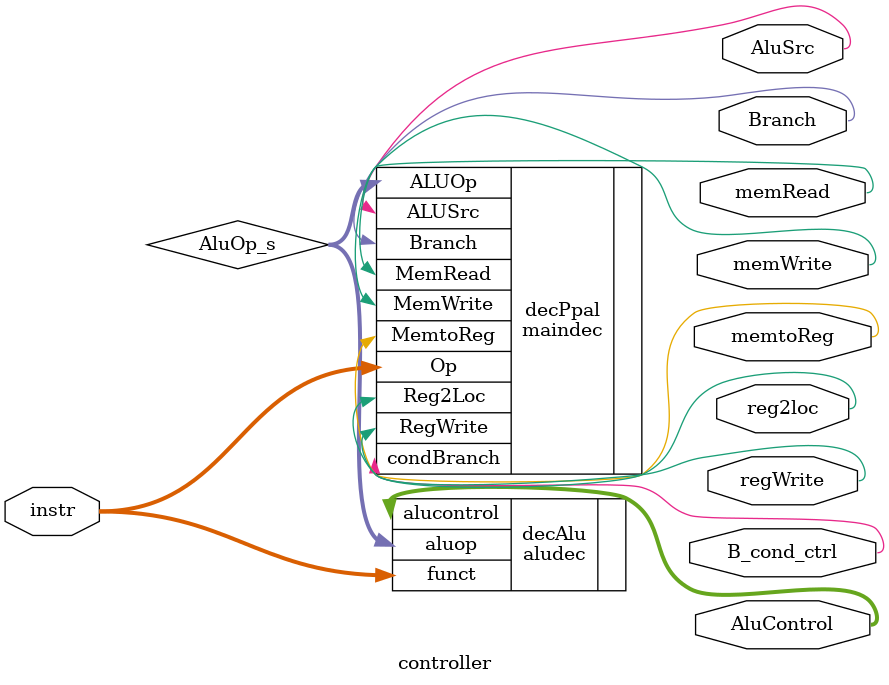
<source format=sv>

module controller(input logic [10:0] instr,
						output logic [4:0] AluControl,						
						output logic reg2loc, regWrite, AluSrc, Branch,B_cond_ctrl,
											memtoReg, memRead, memWrite);
											
	logic [1:0] AluOp_s;
											
	maindec 	decPpal 	(.Op(instr), 
							.Reg2Loc(reg2loc), 
							.ALUSrc(AluSrc), 
							.MemtoReg(memtoReg), 
							.RegWrite(regWrite), 
							.MemRead(memRead), 
							.MemWrite(memWrite), 
							.Branch(Branch),
							.condBranch(B_cond_ctrl),
							.ALUOp(AluOp_s));	
					
								
	aludec 	decAlu 	(.funct(instr), 
							.aluop(AluOp_s), 
							.alucontrol(AluControl));
			
endmodule

</source>
